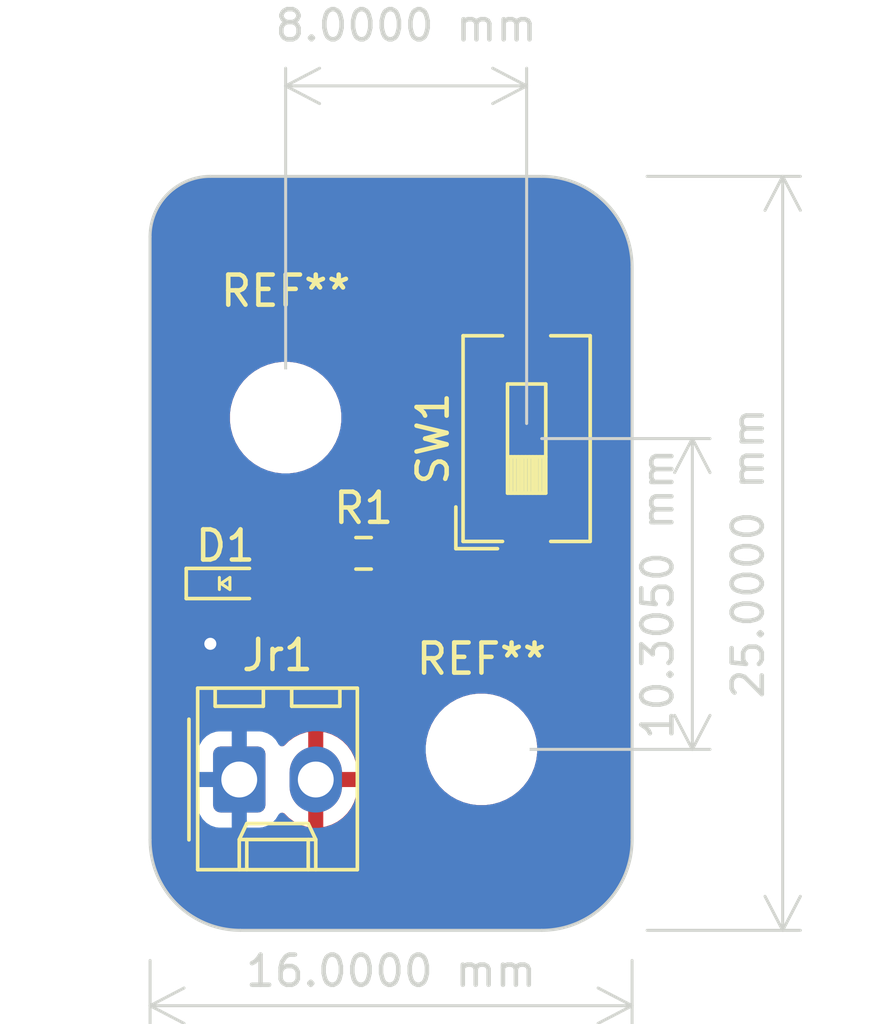
<source format=kicad_pcb>
(kicad_pcb (version 20240108) (generator "pcbnew") (generator_version "8.0")
  (title_block (title "Prog1") (date "2022-08-16") (rev "1.0") (company "Illini Solar Car") (comment 1 "Designed By: Esteban Casillas"))
  (layers (0 "F.Cu" signal) (31 "B.Cu" signal) (34 "B.Paste" user) (35 "F.Paste" user) (36 "B.SilkS" user "B.Silkscreen") (37 "F.SilkS" user "F.Silkscreen") (38 "B.Mask" user) (39 "F.Mask" user) (44 "Edge.Cuts" user))
  (net 0 "")
  (net 1 "Net-(D1-A)")
  (net 2 "GND")
  (net 3 "+3V3")
  (net 4 "Net-(R1-Pad1)")
  (footprint "MountingHole:MountingHole_3.2mm_M3" (layer "F.Cu") (at 139.5 89)
    (property "Reference" "REF**" (at 0 -4.2 0) (layer "F.SilkS"))
    (property "Value" "MountingHole_3.2mm_M3")
    (pad "" np_thru_hole circle (at 0 0) (size 3.2 3.2) (drill 3.2) (layers "*.Cu" "*.Mask"))
  )
  (footprint "Button_Switch_SMD:SW_DIP_SPSTx01_Slide_6.7x4.1mm_W8.61mm_P2.54mm_LowProfile" (layer "F.Cu") (at 147.5 89.695 90)
    (property "Reference" "SW1" (at 0 -3.11 90) (layer "F.SilkS"))
    (property "Value" "SW_Push")
    (fp_line (start -3.65 -2.35) (end -2.267 -2.35) (stroke (width 0.12)) (layer "F.SilkS"))
    (fp_line (start -3.65 -2.35) (end -3.65 -0.967) (stroke (width 0.12)) (layer "F.SilkS"))
    (fp_line (start 3.41 -2.11) (end 3.41 -0.8) (stroke (width 0.12)) (layer "F.SilkS"))
    (fp_line (start -3.41 -2.11) (end 3.41 -2.11) (stroke (width 0.12)) (layer "F.SilkS"))
    (fp_line (start -3.41 -2.11) (end -3.41 -0.8) (stroke (width 0.12)) (layer "F.SilkS"))
    (fp_line (start 1.81 -0.635) (end -1.81 -0.635) (stroke (width 0.12)) (layer "F.SilkS"))
    (fp_line (start -0.603333 -0.635) (end -0.603333 0.635) (stroke (width 0.12)) (layer "F.SilkS"))
    (fp_line (start -1.81 -0.635) (end -1.81 0.635) (stroke (width 0.12)) (layer "F.SilkS"))
    (fp_line (start -1.81 -0.515) (end -0.603333 -0.515) (stroke (width 0.12)) (layer "F.SilkS"))
    (fp_line (start -1.81 -0.395) (end -0.603333 -0.395) (stroke (width 0.12)) (layer "F.SilkS"))
    (fp_line (start -1.81 -0.275) (end -0.603333 -0.275) (stroke (width 0.12)) (layer "F.SilkS"))
    (fp_line (start -1.81 -0.155) (end -0.603333 -0.155) (stroke (width 0.12)) (layer "F.SilkS"))
    (fp_line (start -1.81 -0.035) (end -0.603333 -0.035) (stroke (width 0.12)) (layer "F.SilkS"))
    (fp_line (start -1.81 0.085) (end -0.603333 0.085) (stroke (width 0.12)) (layer "F.SilkS"))
    (fp_line (start -1.81 0.205) (end -0.603333 0.205) (stroke (width 0.12)) (layer "F.SilkS"))
    (fp_line (start -1.81 0.325) (end -0.603333 0.325) (stroke (width 0.12)) (layer "F.SilkS"))
    (fp_line (start -1.81 0.445) (end -0.603333 0.445) (stroke (width 0.12)) (layer "F.SilkS"))
    (fp_line (start -1.81 0.565) (end -0.603333 0.565) (stroke (width 0.12)) (layer "F.SilkS"))
    (fp_line (start 1.81 0.635) (end 1.81 -0.635) (stroke (width 0.12)) (layer "F.SilkS"))
    (fp_line (start -1.81 0.635) (end 1.81 0.635) (stroke (width 0.12)) (layer "F.SilkS"))
    (fp_line (start 3.41 0.8) (end 3.41 2.11) (stroke (width 0.12)) (layer "F.SilkS"))
    (fp_line (start -3.41 0.8) (end -3.41 2.11) (stroke (width 0.12)) (layer "F.SilkS"))
    (fp_line (start -3.41 2.11) (end 3.41 2.11) (stroke (width 0.12)) (layer "F.SilkS"))
    (pad "1" smd rect (at -4.305 0 90) (size 2.44 1.12) (layers "F.Cu" "F.Paste" "F.Mask") (net 3 "+3V3"))
    (pad "2" smd rect (at 4.305 0 90) (size 2.44 1.12) (layers "F.Cu" "F.Paste" "F.Mask") (net 4 "Net-(R1-Pad1)"))
  )
  (footprint "Resistor_SMD:R_0603_1608Metric_Pad0.98x0.95mm_HandSolder" (layer "F.Cu") (at 142.0875 93.5 180)
    (property "Reference" "R1" (at 0 1.5 360) (layer "F.SilkS"))
    (property "Value" "105")
    (fp_line (start -0.254724 0.5225) (end 0.254724 0.5225) (stroke (width 0.12)) (layer "F.SilkS"))
    (fp_line (start -0.254724 -0.5225) (end 0.254724 -0.5225) (stroke (width 0.12)) (layer "F.SilkS"))
    (pad "1" smd roundrect (at -0.9125 0 180) (size 0.975 0.95) (layers "F.Cu" "F.Paste" "F.Mask") (net 4 "Net-(R1-Pad1)"))
    (pad "2" smd roundrect (at 0.9125 0 180) (size 0.975 0.95) (layers "F.Cu" "F.Paste" "F.Mask") (net 1 "Net-(D1-A)"))
  )
  (footprint "MountingHole:MountingHole_3.2mm_M3" (layer "F.Cu") (at 146 100)
    (property "Reference" "REF**" (at 0 -3 0) (layer "F.SilkS"))
    (property "Value" "MountingHole_3.2mm_M3")
    (pad "" np_thru_hole circle (at 0 0) (size 3.2 3.2) (drill 3.2) (layers "F&B.Cu" "*.Mask" "B.Paste"))
  )
  (footprint "Connector_Molex:Molex_KK-254_AE-6410-02A_1x02_P2.54mm_Vertical" (layer "F.Cu") (at 137.96 101)
    (property "Reference" "Jr1" (at 1.27 -4.12 0) (layer "F.SilkS"))
    (property "Value" "Conn_01x02")
    (fp_line (start -1.67 -2) (end -1.67 2) (stroke (width 0.12)) (layer "F.SilkS"))
    (fp_line (start -1.38 -3.03) (end -1.38 2.99) (stroke (width 0.12)) (layer "F.SilkS"))
    (fp_line (start -1.38 2.99) (end 3.92 2.99) (stroke (width 0.12)) (layer "F.SilkS"))
    (fp_line (start -0.8 -3.03) (end -0.8 -2.43) (stroke (width 0.12)) (layer "F.SilkS"))
    (fp_line (start -0.8 -2.43) (end 0.8 -2.43) (stroke (width 0.12)) (layer "F.SilkS"))
    (fp_line (start 0 1.99) (end 0.25 1.46) (stroke (width 0.12)) (layer "F.SilkS"))
    (fp_line (start 0 1.99) (end 2.54 1.99) (stroke (width 0.12)) (layer "F.SilkS"))
    (fp_line (start 0 2.99) (end 0 1.99) (stroke (width 0.12)) (layer "F.SilkS"))
    (fp_line (start 0.25 1.46) (end 2.29 1.46) (stroke (width 0.12)) (layer "F.SilkS"))
    (fp_line (start 0.25 2.99) (end 0.25 1.99) (stroke (width 0.12)) (layer "F.SilkS"))
    (fp_line (start 0.8 -2.43) (end 0.8 -3.03) (stroke (width 0.12)) (layer "F.SilkS"))
    (fp_line (start 1.74 -3.03) (end 1.74 -2.43) (stroke (width 0.12)) (layer "F.SilkS"))
    (fp_line (start 1.74 -2.43) (end 3.34 -2.43) (stroke (width 0.12)) (layer "F.SilkS"))
    (fp_line (start 2.29 1.46) (end 2.54 1.99) (stroke (width 0.12)) (layer "F.SilkS"))
    (fp_line (start 2.29 2.99) (end 2.29 1.99) (stroke (width 0.12)) (layer "F.SilkS"))
    (fp_line (start 2.54 1.99) (end 2.54 2.99) (stroke (width 0.12)) (layer "F.SilkS"))
    (fp_line (start 3.34 -2.43) (end 3.34 -3.03) (stroke (width 0.12)) (layer "F.SilkS"))
    (fp_line (start 3.92 -3.03) (end -1.38 -3.03) (stroke (width 0.12)) (layer "F.SilkS"))
    (fp_line (start 3.92 2.99) (end 3.92 -3.03) (stroke (width 0.12)) (layer "F.SilkS"))
    (pad "1" thru_hole roundrect (at 0 0) (size 1.74 2.19) (drill 1.19) (layers "*.Cu" "*.Mask") (roundrect_rratio 0.143678) (net 2 "GND"))
    (pad "2" thru_hole oval (at 2.54 0) (size 1.74 2.19) (drill 1.19) (layers "*.Cu" "*.Mask") (net 3 "+3V3"))
  )
  (footprint "layout:LED_0603_Symbol_on_F.SilkS" (layer "F.Cu") (at 137.5 94.5)
    (property "Reference" "D1" (at 0 -1.25 0) (layer "F.SilkS"))
    (property "Value" "LED_RED")
    (fp_line (start -1.3 -0.5) (end -1.3 0.5) (stroke (width 0.12)) (layer "F.SilkS"))
    (fp_line (start -1.3 -0.5) (end 0.8 -0.5) (stroke (width 0.12)) (layer "F.SilkS"))
    (fp_line (start -1.3 0.5) (end 0.8 0.5) (stroke (width 0.12)) (layer "F.SilkS"))
    (fp_line (start -0.2 -0.2) (end -0.2 0.2) (stroke (width 0.1)) (layer "F.SilkS"))
    (fp_line (start -0.15 0) (end 0.15 -0.2) (stroke (width 0.1)) (layer "F.SilkS"))
    (fp_line (start 0.15 -0.2) (end 0.15 0.2) (stroke (width 0.1)) (layer "F.SilkS"))
    (fp_line (start 0.15 0.2) (end -0.15 0) (stroke (width 0.1)) (layer "F.SilkS"))
    (pad "1" smd rect (at -0.8 0 180) (size 0.8 0.8) (layers "F.Cu" "F.Paste" "F.Mask") (net 2 "GND"))
    (pad "2" smd rect (at 0.8 0 180) (size 0.8 0.8) (layers "F.Cu" "F.Paste" "F.Mask") (net 1 "Net-(D1-A)"))
  )
  (gr_line (start 137 81) (end 148 81) (stroke (width 0.1)) (layer "Edge.Cuts"))
  (gr_arc (start 151 103) (mid 150.12132 105.12132) (end 148 106) (stroke (width 0.1)) (layer "Edge.Cuts"))
  (gr_line (start 151 84) (end 151 103) (stroke (width 0.1)) (layer "Edge.Cuts"))
  (gr_line (start 148 106) (end 138 106) (stroke (width 0.1)) (layer "Edge.Cuts"))
  (gr_arc (start 138 106) (mid 135.87868 105.12132) (end 135 103) (stroke (width 0.1)) (layer "Edge.Cuts"))
  (gr_arc (start 148 81) (mid 150.12132 81.87868) (end 151 84) (stroke (width 0.1)) (layer "Edge.Cuts"))
  (gr_line (start 135 103) (end 135 83) (stroke (width 0.1)) (layer "Edge.Cuts"))
  (gr_arc (start 135 83) (mid 135.585786 81.585786) (end 137 81) (stroke (width 0.1)) (layer "Edge.Cuts"))
  (dimension (type orthogonal) (layer "Edge.Cuts") (pts (xy 151 81) (xy 151 106)) (height 5) (orientation 1) (gr_text "25.0000 mm" (at 154.85 93.5 90) (layer "Edge.Cuts") (effects (font (size 1 1) (thickness 0.15)))) (format (prefix "") (suffix "") (units 3) (units_format 1) (precision 4)) (style (thickness 0.1) (arrow_length 1.27) (text_position_mode 0) (extension_height 0.58642) (extension_offset 0.5) keep_text_aligned))
  (dimension (type orthogonal) (layer "Edge.Cuts") (pts (xy 147.5 89.695) (xy 146 100)) (height 5.5) (orientation 1) (gr_text "10.3050 mm" (at 151.85 94.8475 90) (layer "Edge.Cuts") (effects (font (size 1 1) (thickness 0.15)))) (format (prefix "") (suffix "") (units 3) (units_format 1) (precision 4)) (style (thickness 0.1) (arrow_length 1.27) (text_position_mode 0) (extension_height 0.58642) (extension_offset 0.5) keep_text_aligned))
  (dimension (type orthogonal) (layer "Edge.Cuts") (pts (xy 135 106.5) (xy 151 106.5)) (height 2) (orientation 0) (gr_text "16.0000 mm" (at 143 107.35 0) (layer "Edge.Cuts") (effects (font (size 1 1) (thickness 0.15)))) (format (prefix "") (suffix "") (units 3) (units_format 1) (precision 4)) (style (thickness 0.1) (arrow_length 1.27) (text_position_mode 0) (extension_height 0.58642) (extension_offset 0.5) keep_text_aligned))
  (dimension (type orthogonal) (layer "Edge.Cuts") (pts (xy 147.5 89.695) (xy 139.5 89)) (height -11.695) (orientation 0) (gr_text "8.0000 mm" (at 143.5 76 0) (layer "Edge.Cuts") (effects (font (size 1 1) (thickness 0.15)))) (format (prefix "") (suffix "") (units 3) (units_format 1) (precision 4)) (style (thickness 0.1) (arrow_length 1.27) (text_position_mode 2) (extension_height 0.58642) (extension_offset 0.5) keep_text_aligned))
  (segment (start 140.175 94.5) (end 141.175 93.5) (width 0.25) (layer "F.Cu") (net 1))
  (segment (start 138.3 94.5) (end 140.175 94.5) (width 0.25) (layer "F.Cu") (net 1))
  (segment (start 136.7 94.5) (end 136.7 96.2) (width 0.25) (layer "F.Cu") (net 2))
  (segment (start 136.7 96.2) (end 137 96.5) (width 0.25) (layer "F.Cu") (net 2))
  (via (at 137 96.5) (size 0.8) (drill 0.4) (layers "F.Cu" "B.Cu") (net 2))
  (segment (start 143 92) (end 143 93.5) (width 0.25) (layer "F.Cu") (net 4))
  (segment (start 147.5 85.39) (end 145.61 85.39) (width 0.25) (layer "F.Cu") (net 4))
  (segment (start 143.5 91.5) (end 143 92) (width 0.25) (layer "F.Cu") (net 4))
  (segment (start 143.5 87.5) (end 143.5 91.5) (width 0.25) (layer "F.Cu") (net 4))
  (segment (start 145.61 85.39) (end 143.5 87.5) (width 0.25) (layer "F.Cu") (net 4))
  (zone (net 3) (net_name "+3V3") (layer "F.Cu") (connect_pads (clearance 0.508)) (min_thickness 0.25) (fill yes (thermal_gap 0.5) (thermal_bridge_width 0.5))
    (polygon (pts (xy 135 81) (xy 151 81) (xy 151 106) (xy 135 106)))
  )
  (zone (net 2) (net_name "GND") (layer "B.Cu") (priority 1) (connect_pads (clearance 0.508)) (min_thickness 0.25) (fill yes (thermal_gap 0.5) (thermal_bridge_width 0.5))
    (polygon (pts (xy 135 81) (xy 151 81) (xy 151 106) (xy 135 106)))
  )
)
</source>
